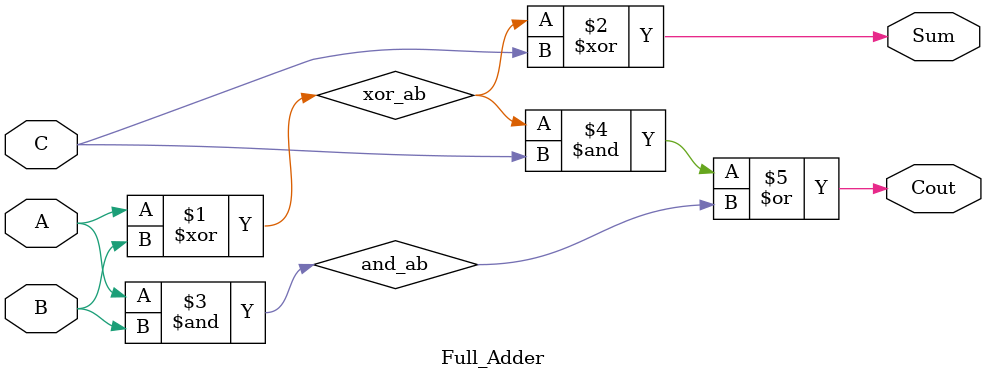
<source format=v>
module Half_Adder (
    output Sum,
    output Cout,
    input  A,
    input  B    
);
    assign Sum = A ^ B;
    assign Cout = A & B;
endmodule

module Full_Adder (
    output Sum,
    output Cout,
    input  A,
    input  B,
    input  C   
);
    wire xor_ab,and_ab;
    assign xor_ab = A ^ B;
    assign Sum = xor_ab ^ C;
    assign and_ab = A & B;
    assign Cout = (xor_ab & C) | and_ab;
endmodule


</source>
